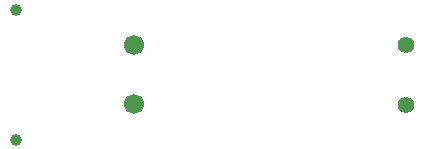
<source format=gbr>
%TF.GenerationSoftware,KiCad,Pcbnew,8.0.8*%
%TF.CreationDate,2025-05-09T18:55:54-05:00*%
%TF.ProjectId,PCB_screwSwitch,5043425f-7363-4726-9577-537769746368,rev?*%
%TF.SameCoordinates,Original*%
%TF.FileFunction,Plated,1,2,PTH,Drill*%
%TF.FilePolarity,Positive*%
%FSLAX46Y46*%
G04 Gerber Fmt 4.6, Leading zero omitted, Abs format (unit mm)*
G04 Created by KiCad (PCBNEW 8.0.8) date 2025-05-09 18:55:54*
%MOMM*%
%LPD*%
G01*
G04 APERTURE LIST*
%TA.AperFunction,ComponentDrill*%
%ADD10C,1.000000*%
%TD*%
%TA.AperFunction,ComponentDrill*%
%ADD11C,1.400000*%
%TD*%
%TA.AperFunction,ComponentDrill*%
%ADD12C,1.700000*%
%TD*%
G04 APERTURE END LIST*
D10*
%TO.C,J1*%
X142500000Y-76500000D03*
X142500000Y-87500000D03*
D11*
%TO.C,J2*%
X175500000Y-79465000D03*
X175500000Y-84545000D03*
D12*
%TO.C,J1*%
X152500000Y-79500000D03*
X152500000Y-84500000D03*
M02*

</source>
